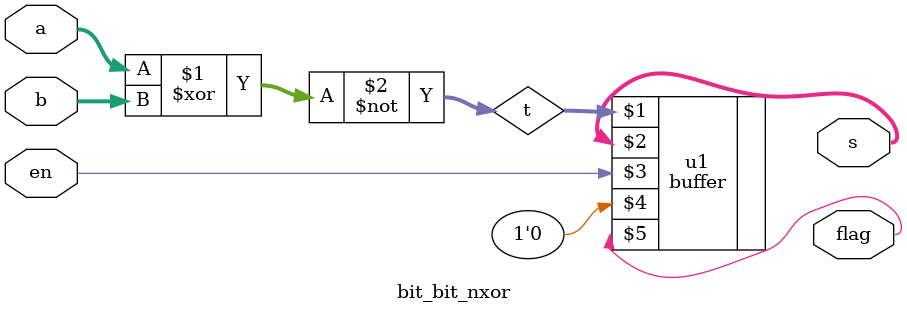
<source format=v>
module bit_bit_nxor (a, b, s, en, flag);
    input [7:0] a, b;
    input en;
    output [7:0] s;
    wire [7:0] t;
    output flag;

    assign t = ~(a ^ b);

    buffer u1(t, s, en, 1'b0, flag);
endmodule
</source>
